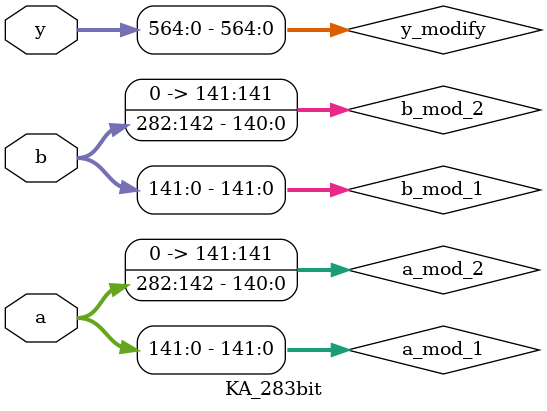
<source format=v>
`timescale 1ns / 1ps

module KA_283bit(
    a,
    b,
    y
    );

input [282:0] a;
input [282:0] b;

input [564:0] y;


wire [141:0] a_mod_1; //142
wire [141:0] b_mod_1; //142
wire [282:0] y_mod_1;  //283

wire [141:0] a_mod_2; //142
wire [141:0] b_mod_2; //142
wire [282:0] y_mod_2; //283

wire [141:0] a_mod_3; //142
wire [141:0] b_mod_3; //142
wire [282:0] y_mod_3; //283

wire [282:0] B1_out1, B1_out2, B1_out3;

wire [566:0] y_modify;


KA_142bit bit_mod_1 (.y(y_mod_1), .a(a_mod_1), .b(b_mod_1));
KA_142bit bit_mod_2 (.y(y_mod_2), .a(a_mod_2), .b(b_mod_2));
KA_142bit bit_mod_3 (.y(y_mod_3), .a(a_mod_3), .b(b_mod_3));

assign a_mod_1 = a[141:0], b_mod_1 = b[141:0];

assign a_mod_2 = {1'b0, a[282:142]}, b_mod_2 = {1'b0, b[282:142]};

assign a_mod_3 = a[141:0]^{1'b0, a[282:142]}, b_mod_3 = b[141:0]^{1'b0, b[282:142]};



assign B1_out1 = y_mod_1;

assign B1_out2 = y_mod_1 ^ y_mod_2 ^ y_mod_3 ;

assign B1_out3 = y_mod_2;


overlap_module_283bit ov_mod (
        .B2_in1(B1_out1),
        .B2_in2(B1_out2),
        .B2_in3(B1_out3),
        .B2_out(y_modify)
        );

assign y = y_modify[564:0];

endmodule
</source>
